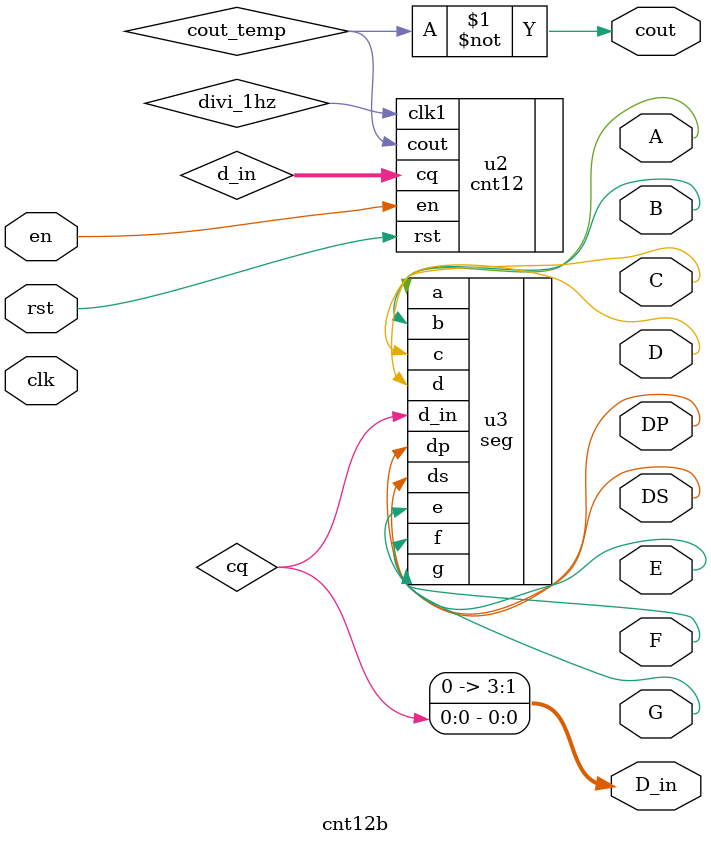
<source format=v>
module cnt12b(clk,rst,en,DS,A,B,C,D,E,F,G,DP,cout,D_in);
input clk,rst,en;
output cout;
output A,B,C,D,E,F,G,DP;
output DS;
output wire [3:0]D_in;
wire cout_temp;
wire divi_1hz;
wire [3:0] d_in;
assign cout = ~cout_temp;
assign D_in = cq;
divi_1hz u1(
.clk(clk),
.divi_1hz(clk1));

cnt12 u2(
.clk1(divi_1hz),
.rst(rst) ,
.en(en) ,
.cq(d_in),
.cout(cout_temp));

seg u3(
.d_in(cq),
.a(A),
.b(B),
.c(C),
.d(D),
.e(E),
.f(F),
.g(G),
.dp(DP),
.ds(DS));

endmodule
</source>
